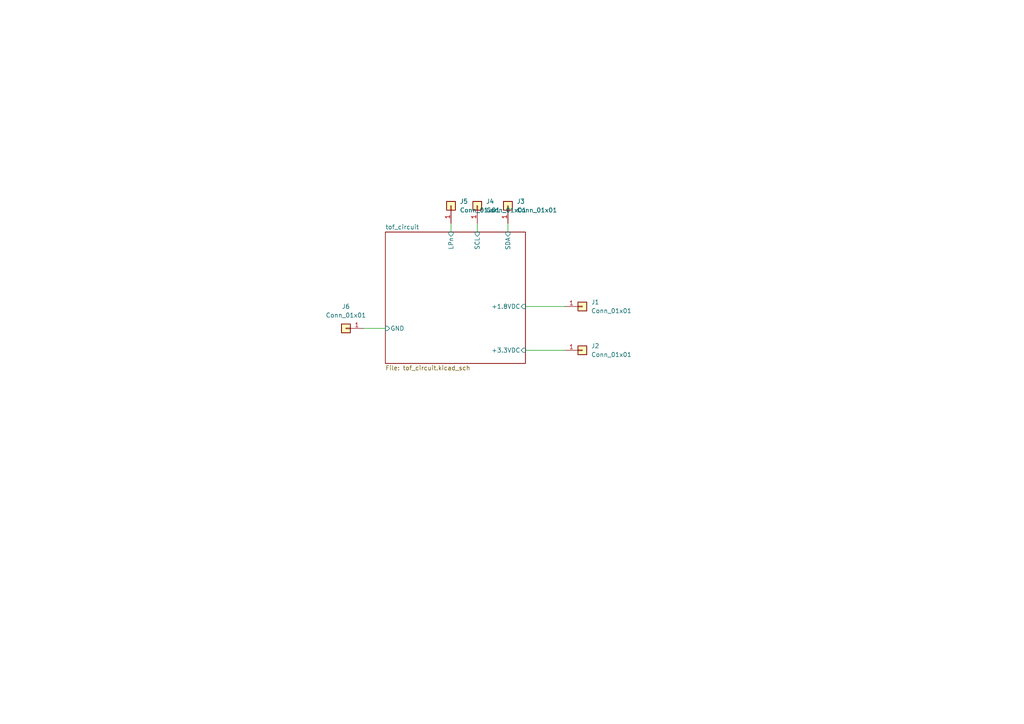
<source format=kicad_sch>
(kicad_sch (version 20231120) (generator "eeschema") (generator_version "8.0")
  (paper "A4")
  (lib_symbols
    (symbol "Connector_Generic:Conn_01x01" (pin_names (offset 1.016) hide)
      (property "Reference" "J" (at 0 2.54 0))
      (property "Value" "Conn_01x01" (at 0 -2.54 0))
      (symbol "Conn_01x01_1_1"
        (rectangle (start -1.27 0.127) (end 0 -0.127) (stroke (width 0.1524)))
        (rectangle (start -1.27 1.27) (end 1.27 -1.27) (stroke (width 0.254)) (fill (type background)))
        (pin passive line (at -5.08 0 0) (length 3.81) (name "Pin_1") (number "1"))
      )
    )
  )
  (wire (pts (xy 105.41 95.25) (xy 111.76 95.25)))
  (wire (pts (xy 152.4 101.6) (xy 163.83 101.6)))
  (wire (pts (xy 147.32 64.77) (xy 147.32 67.31)))
  (wire (pts (xy 152.4 88.9) (xy 163.83 88.9)))
  (wire (pts (xy 130.81 64.77) (xy 130.81 67.31)))
  (wire (pts (xy 138.43 64.77) (xy 138.43 67.31)))
  (symbol (lib_id "Connector_Generic:Conn_01x01") (at 138.43 59.69 90) (unit 1)
    (property "Reference" "J4" (at 140.97 58.4199 90) (effects (justify right)))
    (property "Value" "Conn_01x01" (at 140.97 60.9599 90) (effects (justify right)))
    (property "Footprint" "00_parts:spec_header" (effects (hide yes)))
    (property "Description" "Generic connector, single row, 01x01, script generated (kicad-library-utils/schlib/autogen/connector/)" (effects (hide yes)))
  )
  (symbol (lib_id "Connector_Generic:Conn_01x01") (at 130.81 59.69 90) (unit 1)
    (property "Reference" "J5" (at 133.35 58.4199 90) (effects (justify right)))
    (property "Value" "Conn_01x01" (at 133.35 60.9599 90) (effects (justify right)))
    (property "Footprint" "00_parts:spec_header" (effects (hide yes)))
    (property "Description" "Generic connector, single row, 01x01, script generated (kicad-library-utils/schlib/autogen/connector/)" (effects (hide yes)))
  )
  (symbol (lib_id "Connector_Generic:Conn_01x01") (at 100.33 95.25 180) (unit 1)
    (property "Reference" "J6" (at 100.33 88.9 0))
    (property "Value" "Conn_01x01" (at 100.33 91.44 0))
    (property "Footprint" "00_parts:spec_header" (effects (hide yes)))
    (property "Description" "Generic connector, single row, 01x01, script generated (kicad-library-utils/schlib/autogen/connector/)" (effects (hide yes)))
  )
  (symbol (lib_id "Connector_Generic:Conn_01x01") (at 147.32 59.69 90) (unit 1)
    (property "Reference" "J3" (at 149.86 58.4199 90) (effects (justify right)))
    (property "Value" "Conn_01x01" (at 149.86 60.9599 90) (effects (justify right)))
    (property "Footprint" "00_parts:spec_header" (effects (hide yes)))
    (property "Description" "Generic connector, single row, 01x01, script generated (kicad-library-utils/schlib/autogen/connector/)" (effects (hide yes)))
  )
  (symbol (lib_id "Connector_Generic:Conn_01x01") (at 168.91 88.9 0) (unit 1)
    (property "Reference" "J1" (at 171.45 87.6299 0) (effects (justify left)))
    (property "Value" "Conn_01x01" (at 171.45 90.1699 0) (effects (justify left)))
    (property "Footprint" "00_parts:spec_header" (effects (hide yes)))
    (property "Description" "Generic connector, single row, 01x01, script generated (kicad-library-utils/schlib/autogen/connector/)" (effects (hide yes)))
  )
  (symbol (lib_id "Connector_Generic:Conn_01x01") (at 168.91 101.6 0) (unit 1)
    (property "Reference" "J2" (at 171.45 100.3299 0) (effects (justify left)))
    (property "Value" "Conn_01x01" (at 171.45 102.8699 0) (effects (justify left)))
    (property "Footprint" "00_parts:spec_header" (effects (hide yes)))
    (property "Description" "Generic connector, single row, 01x01, script generated (kicad-library-utils/schlib/autogen/connector/)" (effects (hide yes)))
  )
  (sheet (at 111.76 67.31) (size 40.64 38.1) (stroke (width 0.1524))
    (property "Sheetname" "tof_circuit" (at 111.76 66.5984 0) (effects (justify left bottom)))
    (property "Sheetfile" "tof_circuit.kicad_sch" (at 111.76 105.9946 0) (effects (justify left top)))
    (pin "+3.3VDC" input (at 152.4 101.6 0))
    (pin "+1.8VDC" input (at 152.4 88.9 0))
    (pin "SDA" input (at 147.32 67.31 90))
    (pin "SCL" input (at 138.43 67.31 90))
    (pin "LPn" input (at 130.81 67.31 90))
    (pin "GND" input (at 111.76 95.25 180))
  )
)
</source>
